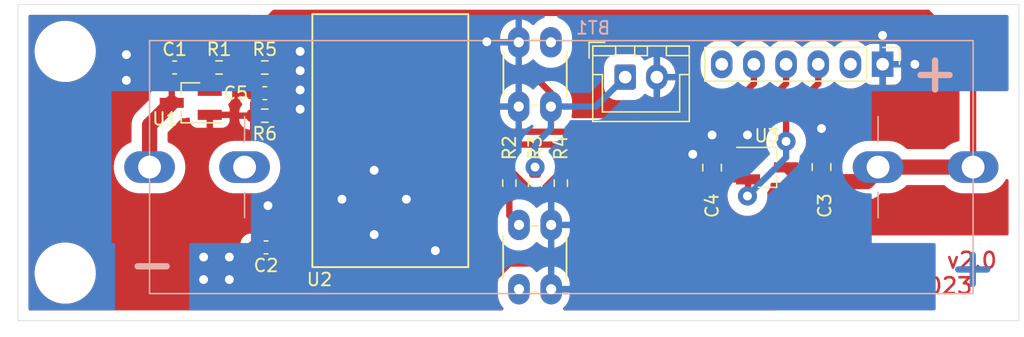
<source format=kicad_pcb>
(kicad_pcb (version 20211014) (generator pcbnew)
  (layers (0 "F.Cu" signal) (31 "B.Cu" signal) (34 "B.Paste" user) (35 "F.Paste" user) (36 "B.SilkS" user "B.Silkscreen") (37 "F.SilkS" user "F.Silkscreen") (38 "B.Mask" user) (39 "F.Mask" user) (44 "Edge.Cuts" user))
  (net 0 "")
  (net 1 "VCC")
  (net 2 "Net-(BT1-Pad2)")
  (net 3 "Net-(C1-Pad1)")
  (net 4 "+3.3V")
  (net 5 "GND")
  (net 6 "/ADC")
  (net 8 "/RX")
  (net 9 "/TX")
  (net 11 "/RST")
  (net 12 "/FLASH")
  (net 13 "Net-(R4-Pad2)")
  (footprint "Resistor_SMD:R_0603_1608Metric_Pad0.98x0.95mm_HandSolder" (layer "F.Cu") (at 89.866 77.978)
    (fp_text reference "R1" (at 0 -1.43) (layer "F.SilkS"))
    (fp_text value "100R")
    (fp_line (start -0.254724 -0.5225) (end 0.254724 -0.5225) (layer "F.SilkS") (width 0.12))
    (fp_line (start -0.254724 0.5225) (end 0.254724 0.5225) (layer "F.SilkS") (width 0.12))
    (pad "1" smd roundrect (at -0.9125 0) (size 0.975 0.95) (layers "F.Cu" "F.Paste" "F.Mask") (net 3 "Net-(C1-Pad1)"))
    (pad "2" smd roundrect (at 0.9125 0) (size 0.975 0.95) (layers "F.Cu" "F.Paste" "F.Mask") (net 1 "VCC"))
  )
  (footprint "MountingHole:MountingHole_3.2mm_M3" (layer "F.Cu") (at 77.724 76.708)
    (fp_text reference "H1" hide)
    (fp_text value "MountingHole")
    (pad "" np_thru_hole circle (at 0 0) (size 3.2 3.2) (drill 3.2) (layers *.Cu *.Mask))
  )
  (footprint "Package_TO_SOT_SMD:SOT-23_Handsoldering" (layer "F.Cu") (at 87.63 80.772 180)
    (fp_text reference "U1" (at 2.032 -1.27) (layer "F.SilkS"))
    (fp_text value "BRCL3130MC")
    (fp_line (start 0.76 -1.58) (end 0.76 -0.65) (layer "F.SilkS") (width 0.12))
    (fp_line (start 0.76 1.58) (end 0.76 0.65) (layer "F.SilkS") (width 0.12))
    (fp_line (start 0.76 1.58) (end -0.7 1.58) (layer "F.SilkS") (width 0.12))
    (fp_line (start 0.76 -1.58) (end -2.4 -1.58) (layer "F.SilkS") (width 0.12))
    (pad "1" smd rect (at -1.5 -0.95 180) (size 1.9 0.8) (layers "F.Cu" "F.Paste" "F.Mask") (net 5 "GND"))
    (pad "2" smd rect (at -1.5 0.95 180) (size 1.9 0.8) (layers "F.Cu" "F.Paste" "F.Mask") (net 3 "Net-(C1-Pad1)"))
    (pad "3" smd rect (at 1.5 0 180) (size 1.9 0.8) (layers "F.Cu" "F.Paste" "F.Mask") (net 2 "Net-(BT1-Pad2)"))
  )
  (footprint "Resistor_SMD:R_0603_1608Metric_Pad0.98x0.95mm_HandSolder" (layer "F.Cu") (at 116.84 87.122 -90)
    (fp_text reference "R4" (at -2.794 0 90) (layer "F.SilkS"))
    (fp_text value "10K")
    (fp_line (start -0.254724 -0.5225) (end 0.254724 -0.5225) (layer "F.SilkS") (width 0.12))
    (fp_line (start -0.254724 0.5225) (end 0.254724 0.5225) (layer "F.SilkS") (width 0.12))
    (pad "1" smd roundrect (at -0.9125 0 270) (size 0.975 0.95) (layers "F.Cu" "F.Paste" "F.Mask") (net 4 "+3.3V"))
    (pad "2" smd roundrect (at 0.9125 0 270) (size 0.975 0.95) (layers "F.Cu" "F.Paste" "F.Mask") (net 13 "Net-(R4-Pad2)"))
  )
  (footprint "ESP8285:ESP-M2" (layer "F.Cu") (at 103.378 86.36)
    (fp_text reference "U2" (at -5.588 8.382) (layer "F.SilkS"))
    (fp_text value "ESP-M2")
    (fp_line (start -6.15 7.4) (end -6.15 -12.6) (layer "F.SilkS") (width 0.15))
    (fp_line (start -6.15 -12.6) (end 6.15 -12.6) (layer "F.SilkS") (width 0.15))
    (fp_line (start 6.16 7.4) (end 6.16 -12.6) (layer "F.SilkS") (width 0.15))
    (fp_line (start 6.15 7.4) (end -6.15 7.4) (layer "F.SilkS") (width 0.15))
    (pad "1" smd rect (at -6.15 -3 90) (size 0.9 2) (layers "F.Cu" "F.Paste" "F.Mask") (net 6 "/ADC"))
    (pad "2" smd rect (at -6.15 -1.5 90) (size 0.9 2) (layers "F.Cu" "F.Paste" "F.Mask"))
    (pad "3" smd rect (at -6.15 0 90) (size 0.9 2) (layers "F.Cu" "F.Paste" "F.Mask"))
    (pad "4" smd rect (at -6.15 1.5 90) (size 0.9 2) (layers "F.Cu" "F.Paste" "F.Mask"))
    (pad "5" smd rect (at -6.15 3 90) (size 0.9 2) (layers "F.Cu" "F.Paste" "F.Mask"))
    (pad "6" smd rect (at -6.15 4.5 90) (size 0.9 2) (layers "F.Cu" "F.Paste" "F.Mask"))
    (pad "7" smd rect (at -6.15 6 90) (size 0.9 2) (layers "F.Cu" "F.Paste" "F.Mask") (net 4 "+3.3V"))
    (pad "8" smd rect (at 6.15 6 90) (size 0.9 2) (layers "F.Cu" "F.Paste" "F.Mask") (net 5 "GND"))
    (pad "9" smd rect (at 6.15 4.5 90) (size 0.9 2) (layers "F.Cu" "F.Paste" "F.Mask") (net 13 "Net-(R4-Pad2)"))
    (pad "10" smd rect (at 6.15 3 90) (size 0.9 2) (layers "F.Cu" "F.Paste" "F.Mask") (net 12 "/FLASH"))
    (pad "11" smd rect (at 6.15 1.5 90) (size 0.9 2) (layers "F.Cu" "F.Paste" "F.Mask"))
    (pad "12" smd rect (at 6.15 0 90) (size 0.9 2) (layers "F.Cu" "F.Paste" "F.Mask"))
    (pad "13" smd rect (at 6.15 -1.5 90) (size 0.9 2) (layers "F.Cu" "F.Paste" "F.Mask") (net 8 "/RX"))
    (pad "14" smd rect (at 6.15 -3 90) (size 0.9 2) (layers "F.Cu" "F.Paste" "F.Mask") (net 9 "/TX"))
    (pad "15" smd rect (at 6.15 -4.5 90) (size 0.9 2) (layers "F.Cu" "F.Paste" "F.Mask") (net 11 "/RST"))
    (pad "16" smd rect (at 6.15 -6 90) (size 0.9 2) (layers "F.Cu" "F.Paste" "F.Mask"))
    (pad "16" smd rect (at -1.3 2.2 90) (size 2.5 2.5) (layers "F.Cu" "F.Paste" "F.Mask") (net 5 "GND"))
  )
  (footprint "Package_TO_SOT_SMD:SOT-23_Handsoldering" (layer "F.Cu") (at 133.12 85.8735)
    (fp_text reference "U3" (at 0 -2.5) (layer "F.SilkS"))
    (fp_text value "ME6811")
    (fp_line (start 0.76 1.58) (end -0.7 1.58) (layer "F.SilkS") (width 0.12))
    (fp_line (start 0.76 1.58) (end 0.76 0.65) (layer "F.SilkS") (width 0.12))
    (fp_line (start 0.76 -1.58) (end -2.4 -1.58) (layer "F.SilkS") (width 0.12))
    (fp_line (start 0.76 -1.58) (end 0.76 -0.65) (layer "F.SilkS") (width 0.12))
    (pad "1" smd rect (at -1.5 -0.95) (size 1.9 0.8) (layers "F.Cu" "F.Paste" "F.Mask") (net 5 "GND"))
    (pad "2" smd rect (at -1.5 0.95) (size 1.9 0.8) (layers "F.Cu" "F.Paste" "F.Mask") (net 4 "+3.3V"))
    (pad "3" smd rect (at 1.5 0) (size 1.9 0.8) (layers "F.Cu" "F.Paste" "F.Mask") (net 1 "VCC"))
  )
  (footprint "CPB:SW_PUSH_4.5mm" (layer "F.Cu") (at 116.058 75.986 -90)
    (fp_text reference "SW1" hide)
    (fp_text value "RESET")
    (fp_line (start -0.25 1) (end -0.25 1.5) (layer "F.SilkS") (width 0.15))
    (fp_line (start 0.75 3.75) (end 4.25 3.75) (layer "F.SilkS") (width 0.15))
    (fp_line (start 5 1) (end 5 1.5) (layer "F.SilkS") (width 0.15))
    (fp_line (start 0.75 -1.25) (end 4.25 -1.25) (layer "F.SilkS") (width 0.15))
    (pad "1" thru_hole oval locked (at 5.08 0 270) (size 2.4 1.7) (drill 0.8) (layers *.Cu *.Mask) (net 11 "/RST"))
    (pad "1" thru_hole oval locked (at 0 0 270) (size 2.4 1.7) (drill 0.8) (layers *.Cu *.Mask) (net 11 "/RST"))
    (pad "2" thru_hole oval locked (at 5.08 2.54 270) (size 2.4 1.7) (drill 0.8) (layers *.Cu *.Mask) (net 5 "GND"))
    (pad "2" thru_hole oval locked (at 0 2.54 270) (size 2.4 1.7) (drill 0.8) (layers *.Cu *.Mask) (net 5 "GND"))
  )
  (footprint "Connector_JST:JST_XH_B2B-XH-A_1x02_P2.50mm_Vertical" (layer "F.Cu") (at 121.92 78.74)
    (fp_text reference "J2" hide)
    (fp_text value "EXTRESET")
    (fp_line (start 5.06 -2.46) (end -2.56 -2.46) (layer "F.SilkS") (width 0.12))
    (fp_line (start -2.55 -1.7) (end -0.75 -1.7) (layer "F.SilkS") (width 0.12))
    (fp_line (start 3.25 -2.45) (end 3.25 -1.7) (layer "F.SilkS") (width 0.12))
    (fp_line (start 0.75 -2.45) (end 0.75 -1.7) (layer "F.SilkS") (width 0.12))
    (fp_line (start -2.85 -2.75) (end -2.85 -1.5) (layer "F.SilkS") (width 0.12))
    (fp_line (start 5.05 -1.7) (end 5.05 -2.45) (layer "F.SilkS") (width 0.12))
    (fp_line (start 3.25 -1.7) (end 5.05 -1.7) (layer "F.SilkS") (width 0.12))
    (fp_line (start 5.05 -2.45) (end 3.25 -2.45) (layer "F.SilkS") (width 0.12))
    (fp_line (start 1.75 -2.45) (end 0.75 -2.45) (layer "F.SilkS") (width 0.12))
    (fp_line (start -0.75 -1.7) (end -0.75 -2.45) (layer "F.SilkS") (width 0.12))
    (fp_line (start -1.6 -2.75) (end -2.85 -2.75) (layer "F.SilkS") (width 0.12))
    (fp_line (start 5.05 -0.2) (end 4.3 -0.2) (layer "F.SilkS") (width 0.12))
    (fp_line (start -2.56 -2.46) (end -2.56 3.51) (layer "F.SilkS") (width 0.12))
    (fp_line (start 4.3 2.75) (end 1.25 2.75) (layer "F.SilkS") (width 0.12))
    (fp_line (start 4.3 -0.2) (end 4.3 2.75) (layer "F.SilkS") (width 0.12))
    (fp_line (start -2.56 3.51) (end 5.06 3.51) (layer "F.SilkS") (width 0.12))
    (fp_line (start -1.8 2.75) (end 1.25 2.75) (layer "F.SilkS") (width 0.12))
    (fp_line (start 0.75 -1.7) (end 1.75 -1.7) (layer "F.SilkS") (width 0.12))
    (fp_line (start 1.75 -1.7) (end 1.75 -2.45) (layer "F.SilkS") (width 0.12))
    (fp_line (start -2.55 -0.2) (end -1.8 -0.2) (layer "F.SilkS") (width 0.12))
    (fp_line (start -0.75 -2.45) (end -2.55 -2.45) (layer "F.SilkS") (width 0.12))
    (fp_line (start -2.55 -2.45) (end -2.55 -1.7) (layer "F.SilkS") (width 0.12))
    (fp_line (start 5.06 3.51) (end 5.06 -2.46) (layer "F.SilkS") (width 0.12))
    (fp_line (start -1.8 -0.2) (end -1.8 2.75) (layer "F.SilkS") (width 0.12))
    (pad "1" thru_hole roundrect (at 0 0) (size 1.7 2) (drill 1) (layers *.Cu *.Mask) (roundrect_rratio 0.1470588235) (net 11 "/RST"))
    (pad "2" thru_hole oval (at 2.5 0) (size 1.7 2) (drill 1) (layers *.Cu *.Mask) (net 5 "GND"))
  )
  (footprint "MountingHole:MountingHole_3.2mm_M3" (layer "F.Cu") (at 77.724 94.234)
    (fp_text reference "H2" hide)
    (fp_text value "MountingHole")
    (pad "" np_thru_hole circle (at 0 0) (size 3.2 3.2) (drill 3.2) (layers *.Cu *.Mask))
  )
  (footprint "Capacitor_SMD:C_0805_2012Metric_Pad1.18x1.45mm_HandSolder" (layer "F.Cu") (at 137.414 85.852 90)
    (fp_text reference "C3" (at -3.048 0.254 90) (layer "F.SilkS"))
    (fp_text value "22u")
    (fp_line (start -0.261252 0.735) (end 0.261252 0.735) (layer "F.SilkS") (width 0.12))
    (fp_line (start -0.261252 -0.735) (end 0.261252 -0.735) (layer "F.SilkS") (width 0.12))
    (pad "1" smd roundrect (at -1.0375 0 90) (size 1.175 1.45) (layers "F.Cu" "F.Paste" "F.Mask") (roundrect_rratio 0.2127659574) (net 1 "VCC"))
    (pad "2" smd roundrect (at 1.0375 0 90) (size 1.175 1.45) (layers "F.Cu" "F.Paste" "F.Mask") (roundrect_rratio 0.2127659574) (net 5 "GND"))
  )
  (footprint "CPB:SW_PUSH_4.5mm" (layer "F.Cu") (at 113.538 95.504 90)
    (fp_text reference "SW2" hide)
    (fp_text value "FLASH")
    (fp_line (start 0.75 3.75) (end 4.25 3.75) (layer "F.SilkS") (width 0.15))
    (fp_line (start 0.75 -1.25) (end 4.25 -1.25) (layer "F.SilkS") (width 0.15))
    (fp_line (start 5 1) (end 5 1.5) (layer "F.SilkS") (width 0.15))
    (fp_line (start -0.25 1) (end -0.25 1.5) (layer "F.SilkS") (width 0.15))
    (pad "1" thru_hole oval locked (at 0 0 90) (size 2.4 1.7) (drill 0.8) (layers *.Cu *.Mask) (net 12 "/FLASH"))
    (pad "1" thru_hole oval locked (at 5.08 0 90) (size 2.4 1.7) (drill 0.8) (layers *.Cu *.Mask) (net 12 "/FLASH"))
    (pad "2" thru_hole oval locked (at 0 2.54 90) (size 2.4 1.7) (drill 0.8) (layers *.Cu *.Mask) (net 5 "GND"))
    (pad "2" thru_hole oval locked (at 5.08 2.54 90) (size 2.4 1.7) (drill 0.8) (layers *.Cu *.Mask) (net 5 "GND"))
  )
  (footprint "Resistor_SMD:R_0603_1608Metric_Pad0.98x0.95mm_HandSolder" (layer "F.Cu") (at 114.808 87.122 90)
    (fp_text reference "R2" (at 2.794 -2.032 90) (layer "F.SilkS"))
    (fp_text value "10K")
    (fp_line (start -0.254724 0.5225) (end 0.254724 0.5225) (layer "F.SilkS") (width 0.12))
    (fp_line (start -0.254724 -0.5225) (end 0.254724 -0.5225) (layer "F.SilkS") (width 0.12))
    (pad "1" smd roundrect (at -0.9125 0 90) (size 0.975 0.95) (layers "F.Cu" "F.Paste" "F.Mask") (net 4 "+3.3V"))
    (pad "2" smd roundrect (at 0.9125 0 90) (size 0.975 0.95) (layers "F.Cu" "F.Paste" "F.Mask") (net 11 "/RST"))
  )
  (footprint "Capacitor_SMD:C_0805_2012Metric_Pad1.18x1.45mm_HandSolder" (layer "F.Cu") (at 128.778 85.895 90)
    (fp_text reference "C4" (at -3.005 0 90) (layer "F.SilkS"))
    (fp_text value "22u")
    (fp_line (start -0.261252 -0.735) (end 0.261252 -0.735) (layer "F.SilkS") (width 0.12))
    (fp_line (start -0.261252 0.735) (end 0.261252 0.735) (layer "F.SilkS") (width 0.12))
    (pad "1" smd roundrect (at -1.0375 0 90) (size 1.175 1.45) (layers "F.Cu" "F.Paste" "F.Mask") (roundrect_rratio 0.2127659574) (net 4 "+3.3V"))
    (pad "2" smd roundrect (at 1.0375 0 90) (size 1.175 1.45) (layers "F.Cu" "F.Paste" "F.Mask") (roundrect_rratio 0.2127659574) (net 5 "GND"))
  )
  (footprint "Resistor_SMD:R_0603_1608Metric_Pad0.98x0.95mm_HandSolder" (layer "F.Cu") (at 93.472 81.788 180)
    (fp_text reference "R6" (at 0 -1.43) (layer "F.SilkS"))
    (fp_text value "330K")
    (fp_line (start -0.254724 -0.5225) (end 0.254724 -0.5225) (layer "F.SilkS") (width 0.12))
    (fp_line (start -0.254724 0.5225) (end 0.254724 0.5225) (layer "F.SilkS") (width 0.12))
    (pad "1" smd roundrect (at -0.9125 0 180) (size 0.975 0.95) (layers "F.Cu" "F.Paste" "F.Mask") (net 6 "/ADC"))
    (pad "2" smd roundrect (at 0.9125 0 180) (size 0.975 0.95) (layers "F.Cu" "F.Paste" "F.Mask") (net 5 "GND"))
  )
  (footprint "Resistor_SMD:R_0603_1608Metric_Pad0.98x0.95mm_HandSolder" (layer "F.Cu") (at 112.776 87.122 -90)
    (fp_text reference "R3" (at -2.794 -2.032 90) (layer "F.SilkS"))
    (fp_text value "10K")
    (fp_line (start -0.254724 0.5225) (end 0.254724 0.5225) (layer "F.SilkS") (width 0.12))
    (fp_line (start -0.254724 -0.5225) (end 0.254724 -0.5225) (layer "F.SilkS") (width 0.12))
    (pad "1" smd roundrect (at -0.9125 0 270) (size 0.975 0.95) (layers "F.Cu" "F.Paste" "F.Mask") (net 4 "+3.3V"))
    (pad "2" smd roundrect (at 0.9125 0 270) (size 0.975 0.95) (layers "F.Cu" "F.Paste" "F.Mask") (net 12 "/FLASH"))
  )
  (footprint "Resistor_SMD:R_0603_1608Metric_Pad0.98x0.95mm_HandSolder" (layer "F.Cu") (at 93.472 77.978)
    (fp_text reference "R5" (at 0 -1.43) (layer "F.SilkS"))
    (fp_text value "1M")
    (fp_line (start -0.254724 -0.5225) (end 0.254724 -0.5225) (layer "F.SilkS") (width 0.12))
    (fp_line (start -0.254724 0.5225) (end 0.254724 0.5225) (layer "F.SilkS") (width 0.12))
    (pad "1" smd roundrect (at -0.9125 0) (size 0.975 0.95) (layers "F.Cu" "F.Paste" "F.Mask") (net 1 "VCC"))
    (pad "2" smd roundrect (at 0.9125 0) (size 0.975 0.95) (layers "F.Cu" "F.Paste" "F.Mask") (net 6 "/ADC"))
  )
  (footprint "Capacitor_SMD:C_0603_1608Metric_Pad1.08x0.95mm_HandSolder" (layer "F.Cu") (at 93.5725 92.202 180)
    (fp_text reference "C2" (at 0 -1.43) (layer "F.SilkS"))
    (fp_text value "100n")
    (fp_line (start -0.146267 0.51) (end 0.146267 0.51) (layer "F.SilkS") (width 0.12))
    (fp_line (start -0.146267 -0.51) (end 0.146267 -0.51) (layer "F.SilkS") (width 0.12))
    (pad "1" smd roundrect (at -0.8625 0 180) (size 1.075 0.95) (layers "F.Cu" "F.Paste" "F.Mask") (net 4 "+3.3V"))
    (pad "2" smd roundrect (at 0.8625 0 180) (size 1.075 0.95) (layers "F.Cu" "F.Paste" "F.Mask") (net 5 "GND"))
  )
  (footprint "Capacitor_SMD:C_0603_1608Metric_Pad1.08x0.95mm_HandSolder" (layer "F.Cu") (at 93.472 80.01 180)
    (fp_text reference "C5" (at 2.286 0) (layer "F.SilkS"))
    (fp_text value "100n")
    (fp_line (start -0.146267 -0.51) (end 0.146267 -0.51) (layer "F.SilkS") (width 0.12))
    (fp_line (start -0.146267 0.51) (end 0.146267 0.51) (layer "F.SilkS") (width 0.12))
    (pad "1" smd roundrect (at -0.8625 0 180) (size 1.075 0.95) (layers "F.Cu" "F.Paste" "F.Mask") (net 6 "/ADC"))
    (pad "2" smd roundrect (at 0.8625 0 180) (size 1.075 0.95) (layers "F.Cu" "F.Paste" "F.Mask") (net 5 "GND"))
  )
  (footprint "Capacitor_SMD:C_0603_1608Metric_Pad1.08x0.95mm_HandSolder" (layer "F.Cu") (at 86.36 77.978)
    (fp_text reference "C1" (at 0 -1.43) (layer "F.SilkS"))
    (fp_text value "100n")
    (fp_line (start -0.146267 0.51) (end 0.146267 0.51) (layer "F.SilkS") (width 0.12))
    (fp_line (start -0.146267 -0.51) (end 0.146267 -0.51) (layer "F.SilkS") (width 0.12))
    (pad "1" smd roundrect (at -0.8625 0) (size 1.075 0.95) (layers "F.Cu" "F.Paste" "F.Mask") (net 3 "Net-(C1-Pad1)"))
    (pad "2" smd roundrect (at 0.8625 0) (size 1.075 0.95) (layers "F.Cu" "F.Paste" "F.Mask") (net 2 "Net-(BT1-Pad2)"))
  )
  (footprint "CPB:Socket_Strip_Straight_1x06_Oval_Pitch2.54mm" (layer "F.Cu") (at 142.24 77.724 -90)
    (fp_text reference "J1" hide)
    (fp_text value "FTDI")
    (fp_line (start -1.33 0) (end -1.33 -1.33) (layer "F.SilkS") (width 0.12))
    (fp_line (start -1.33 -1.33) (end 0 -1.33) (layer "F.SilkS") (width 0.12))
    (fp_line (start 1.33 1.27) (end -1.33 1.27) (layer "F.SilkS") (width 0.12))
    (fp_line (start -1.33 1.27) (end -1.33 14.03) (layer "F.SilkS") (width 0.12))
    (fp_line (start -1.33 14.03) (end 1.33 14.03) (layer "F.SilkS") (width 0.12))
    (fp_line (start 1.33 14.03) (end 1.33 1.27) (layer "F.SilkS") (width 0.12))
    (pad "1" thru_hole rect locked (at 0 0 270) (size 2 1.7) (drill 1) (layers *.Cu *.Mask) (net 5 "GND"))
    (pad "2" thru_hole oval locked (at 0 2.54 270) (size 2.2 1.7) (drill 1) (layers *.Cu *.Mask))
    (pad "3" thru_hole oval locked (at 0 5.08 270) (size 2.2 1.7) (drill 1) (layers *.Cu *.Mask) (net 4 "+3.3V"))
    (pad "4" thru_hole oval locked (at 0 7.62 270) (size 2.2 1.7) (drill 1) (layers *.Cu *.Mask) (net 8 "/RX"))
    (pad "5" thru_hole oval locked (at 0 10.16 270) (size 2.2 1.7) (drill 1) (layers *.Cu *.Mask) (net 9 "/TX"))
    (pad "6" thru_hole oval locked (at 0 12.7 270) (size 2.2 1.7) (drill 1) (layers *.Cu *.Mask))
  )
  (footprint "CPB:Battery_18650_Unprotected_Clip" (layer "B.Cu") (at 119.38 85.852 180)
    (fp_text reference "BT1" (at 0 11 unlocked) (layer "B.SilkS") (effects (justify mirror)))
    (fp_text value "Li 3.7v")
    (fp_text user "+" (at -27 7.5 unlocked) (layer "B.SilkS") (effects (font (size 3 3) (thickness 0.5)) (justify mirror)))
    (fp_text user "-" (at 34.798 -7.62 unlocked) (layer "B.SilkS") (effects (font (size 3 3) (thickness 0.5)) (justify mirror)))
    (fp_line (start -22.5 2) (end -22.5 4) (layer "B.SilkS") (width 0.12))
    (fp_line (start -22.5 -4) (end -22.5 -2) (layer "B.SilkS") (width 0.12))
    (fp_line (start 27.5 -4) (end 27.5 -2) (layer "B.SilkS") (width 0.12))
    (fp_line (start 27.5 2) (end 27.5 4) (layer "B.SilkS") (width 0.12))
    (fp_rect (start -30 10) (end 35 -10) (layer "B.SilkS") (width 0.12) (fill none))
    (pad "1" thru_hole oval (at -30 0 180) (size 4 2.5) (drill 1.8) (layers *.Cu *.Mask) (net 1 "VCC"))
    (pad "1" thru_hole oval (at -22.5 0 180) (size 4 2.5) (drill 1.8) (layers *.Cu *.Mask) (net 1 "VCC"))
    (pad "2" thru_hole oval (at 35 0 180) (size 4 2.5) (drill 1.8) (layers *.Cu *.Mask) (net 2 "Net-(BT1-Pad2)"))
    (pad "2" thru_hole oval (at 27.5 0 180) (size 4 2.5) (drill 1.8) (layers *.Cu *.Mask) (net 2 "Net-(BT1-Pad2)"))
    (zone (net 0) (net_name "") (layer "B.Cu") (connect_pads (clearance 0)) (min_thickness 0.254)
      (keepout (tracks not_allowed) (vias not_allowed) (pads not_allowed) (copperpour not_allowed) (footprints not_allowed))
      (fill (thermal_gap 0.508) (thermal_bridge_width 0.508))
      (polygon (pts (xy 81.38 91.852) (xy 92.38 91.852) (xy 92.38 79.852) (xy 81.38 79.852)))
    )
    (zone (net 0) (net_name "") (layer "B.Cu") (connect_pads (clearance 0)) (min_thickness 0.254)
      (keepout (tracks not_allowed) (vias not_allowed) (pads not_allowed) (copperpour not_allowed) (footprints not_allowed))
      (fill (thermal_gap 0.508) (thermal_bridge_width 0.508))
      (polygon (pts (xy 141.38 91.852) (xy 152.38 91.852) (xy 152.38 79.852) (xy 141.38 79.852)))
    )
  )
  (gr_rect (start 74 73) (end 153 98) (layer "Edge.Cuts") (width 0.05) (fill none))
  (gr_text "ESP Mailbox v2.0\ncperiod 2023" (at 143.002 94.234) (layer "F.Cu") (effects (font (size 1.25 1.25) (thickness 0.2))))
  (gr_text "+" (at 149.352 93.726) (layer "B.Cu") (effects (font (size 3 3) (thickness 0.5)) (justify mirror)))
  (gr_text "-" (at 84.582 93.472) (layer "B.Cu") (effects (font (size 3 3) (thickness 0.5)) (justify mirror)))
  (segment (start 135.89 87.122) (end 137.1815 87.122) (width 0.8) (layer "F.Cu") (net 1))
  (segment (start 145.796 73.66) (end 149.38 77.244) (width 0.5) (layer "F.Cu") (net 1))
  (segment (start 134.6415 85.8735) (end 135.89 87.122) (width 0.8) (layer "F.Cu") (net 1))
  (segment (start 137.5245 87) (end 137.414 86.8895) (width 1.2) (layer "F.Cu") (net 1))
  (segment (start 149.38 85.852) (end 141.88 85.852) (width 1.2) (layer "F.Cu") (net 1))
  (segment (start 134.62 85.8735) (end 134.6415 85.8735) (width 0.8) (layer "F.Cu") (net 1))
  (segment (start 90.7785 77.978) (end 92.5595 77.978) (width 0.5) (layer "F.Cu") (net 1))
  (segment (start 92.5595 75.3345) (end 94.234 73.66) (width 0.5) (layer "F.Cu") (net 1))
  (segment (start 141.88 86.12) (end 141 87) (width 1.2) (layer "F.Cu") (net 1))
  (segment (start 92.5595 77.978) (end 92.5595 75.3345) (width 0.5) (layer "F.Cu") (net 1))
  (segment (start 94.234 73.66) (end 145.796 73.66) (width 0.5) (layer "F.Cu") (net 1))
  (segment (start 149.38 77.244) (end 149.38 85.852) (width 0.5) (layer "F.Cu") (net 1))
  (segment (start 141 87) (end 137.5245 87) (width 1.2) (layer "F.Cu") (net 1))
  (segment (start 137.1815 87.122) (end 137.414 86.8895) (width 0.8) (layer "F.Cu") (net 1))
  (segment (start 141.88 85.852) (end 141.88 86.12) (width 1.2) (layer "F.Cu") (net 1))
  (segment (start 87.2225 77.978) (end 87.2225 78.3855) (width 0.5) (layer "F.Cu") (net 2))
  (segment (start 87.2225 78.3855) (end 86.13 79.478) (width 0.5) (layer "F.Cu") (net 2))
  (segment (start 84.38 82.522) (end 86.13 80.772) (width 1.2) (layer "F.Cu") (net 2))
  (segment (start 86.13 79.478) (end 86.13 80.772) (width 0.5) (layer "F.Cu") (net 2))
  (segment (start 84.38 85.852) (end 84.38 82.522) (width 1.2) (layer "F.Cu") (net 2))
  (segment (start 86.36 76.454) (end 88.138 76.454) (width 0.5) (layer "F.Cu") (net 3))
  (segment (start 88.9535 77.2695) (end 88.9535 77.978) (width 0.5) (layer "F.Cu") (net 3))
  (segment (start 88.9535 77.978) (end 88.9535 79.6455) (width 0.5) (layer "F.Cu") (net 3))
  (segment (start 88.9535 79.6455) (end 89.13 79.822) (width 0.5) (layer "F.Cu") (net 3))
  (segment (start 85.4975 77.3165) (end 86.36 76.454) (width 0.5) (layer "F.Cu") (net 3))
  (segment (start 85.4975 77.978) (end 85.4975 77.3165) (width 0.5) (layer "F.Cu") (net 3))
  (segment (start 88.138 76.454) (end 88.9535 77.2695) (width 0.5) (layer "F.Cu") (net 3))
  (segment (start 117.856 93.472) (end 119.2765 92.0515) (width 0.5) (layer "F.Cu") (net 4))
  (segment (start 119.2765 92.0515) (end 119.2765 86.2095) (width 0.5) (layer "F.Cu") (net 4))
  (segment (start 137.16 77.724) (end 137.16 79.248) (width 0.5) (layer "F.Cu") (net 4))
  (segment (start 94.435 92.202) (end 97.07 92.202) (width 0.5) (layer "F.Cu") (net 4))
  (segment (start 131.62 88.09) (end 131.62 86.8235) (width 0.5) (layer "F.Cu") (net 4))
  (segment (start 112.776 93.472) (end 117.856 93.472) (width 0.5) (layer "F.Cu") (net 4))
  (segment (start 124.5635 86.2095) (end 125.476 87.122) (width 0.5) (layer "F.Cu") (net 4))
  (segment (start 119.2765 86.2095) (end 124.5635 86.2095) (width 0.5) (layer "F.Cu") (net 4))
  (segment (start 97.07 92.202) (end 97.228 92.36) (width 0.5) (layer "F.Cu") (net 4))
  (segment (start 131.62 86.8235) (end 128.887 86.8235) (width 0.5) (layer "F.Cu") (net 4))
  (segment (start 114.808 88.0345) (end 115.015 88.0345) (width 0.5) (layer "F.Cu") (net 4))
  (segment (start 94.435 92.202) (end 94.435 93.419) (width 0.5) (layer "F.Cu") (net 4))
  (segment (start 125.476 87.122) (end 128.5885 87.122) (width 0.5) (layer "F.Cu") (net 4))
  (segment (start 111.506 94.742) (end 112.776 93.472) (width 0.5) (layer "F.Cu") (net 4))
  (segment (start 131.572 88.138) (end 131.62 88.09) (width 0.5) (layer "F.Cu") (net 4))
  (segment (start 116.84 86.2095) (end 119.2765 86.2095) (width 0.5) (layer "F.Cu") (net 4))
  (segment (start 94.435 93.419) (end 95.758 94.742) (width 0.5) (layer "F.Cu") (net 4))
  (segment (start 128.5885 87.122) (end 128.778 86.9325) (width 0.5) (layer "F.Cu") (net 4))
  (segment (start 128.887 86.8235) (end 128.778 86.9325) (width 0.5) (layer "F.Cu") (net 4))
  (segment (start 137.16 79.248) (end 136.906 79.502) (width 0.5) (layer "F.Cu") (net 4))
  (segment (start 115.015 88.0345) (end 116.84 86.2095) (width 0.5) (layer "F.Cu") (net 4))
  (segment (start 95.758 94.742) (end 111.506 94.742) (width 0.5) (layer "F.Cu") (net 4))
  (segment (start 112.983 86.2095) (end 114.808 88.0345) (width 0.5) (layer "F.Cu") (net 4))
  (segment (start 134.62 81.788) (end 134.62 83.82) (width 0.5) (layer "F.Cu") (net 4))
  (segment (start 112.776 86.2095) (end 112.983 86.2095) (width 0.5) (layer "F.Cu") (net 4))
  (segment (start 136.906 79.502) (end 134.62 81.788) (width 0.5) (layer "F.Cu") (net 4))
  (via (at 131.572 88.138) (size 1.5) (drill 0.7) (layers "F.Cu" "B.Cu") (net 4))
  (via (at 134.62 83.82) (size 1.5) (drill 0.7) (layers "F.Cu" "B.Cu") (net 4))
  (segment (start 134.62 85.09) (end 131.572 88.138) (width 0.5) (layer "B.Cu") (net 4))
  (segment (start 134.62 83.82) (end 134.62 85.09) (width 0.5) (layer "B.Cu") (net 4))
  (via (at 144.78 77.724) (size 1.5) (drill 0.7) (layers "F.Cu" "B.Cu") (net 5))
  (via (at 127.254 84.836) (size 1.5) (drill 0.7) (layers "F.Cu" "B.Cu") (net 5))
  (via (at 96.266 76.708) (size 1.5) (drill 0.7) (layers "F.Cu" "B.Cu") (net 5))
  (via (at 90.678 94.742) (size 1.5) (drill 0.7) (layers "F.Cu" "B.Cu") (net 5))
  (via (at 82.55 78.994) (size 1.5) (drill 0.7) (layers "F.Cu" "B.Cu") (net 5))
  (via (at 110.998 75.946) (size 1.5) (drill 0.7) (layers "F.Cu" "B.Cu") (net 5))
  (via (at 93.726 88.9) (size 1.5) (drill 0.7) (layers "F.Cu" "B.Cu") (net 5))
  (via (at 102.108 91.186) (size 1.5) (drill 0.7) (layers "F.Cu" "B.Cu") (net 5))
  (via (at 99.568 88.392) (size 1.5) (drill 0.7) (layers "F.Cu" "B.Cu") (net 5))
  (via (at 96.266 81.28) (size 1.5) (drill 0.7) (layers "F.Cu" "B.Cu") (net 5))
  (via (at 96.266 78.232) (size 1.5) (drill 0.7) (layers "F.Cu" "B.Cu") (net 5))
  (via (at 104.648 88.392) (size 1.5) (drill 0.7) (layers "F.Cu" "B.Cu") (net 5))
  (via (at 131.572 83.312) (size 1.5) (drill 0.7) (layers "F.Cu" "B.Cu") (net 5))
  (via (at 137.414 82.804) (size 1.5) (drill 0.7) (layers "F.Cu" "B.Cu") (net 5))
  (via (at 102.108 86.106) (size 1.5) (drill 0.7) (layers "F.Cu" "B.Cu") (net 5))
  (via (at 142.24 75.438) (size 1.5) (drill 0.7) (layers "F.Cu" "B.Cu") (net 5))
  (via (at 106.934 92.456) (size 1.5) (drill 0.7) (layers "F.Cu" "B.Cu") (net 5))
  (via (at 90.678 92.964) (size 1.5) (drill 0.7) (layers "F.Cu" "B.Cu") (net 5))
  (via (at 96.266 79.756) (size 1.5) (drill 0.7) (layers "F.Cu" "B.Cu") (net 5))
  (via (at 128.778 83.312) (size 1.5) (drill 0.7) (layers "F.Cu" "B.Cu") (net 5))
  (via (at 88.646 94.742) (size 1.5) (drill 0.7) (layers "F.Cu" "B.Cu") (net 5))
  (via (at 82.55 76.962) (size 1.5) (drill 0.7) (layers "F.Cu" "B.Cu") (net 5))
  (via (at 88.646 92.964) (size 1.5) (drill 0.7) (layers "F.Cu" "B.Cu") (net 5))
  (segment (start 94.3845 81.788) (end 94.3845 81.9385) (width 0.5) (layer "F.Cu") (net 6))
  (segment (start 94.3845 77.978) (end 94.3845 79.96) (width 0.5) (layer "F.Cu") (net 6))
  (segment (start 94.3845 81.9385) (end 95.806 83.36) (width 0.5) (layer "F.Cu") (net 6))
  (segment (start 95.806 83.36) (end 97.228 83.36) (width 0.5) (layer "F.Cu") (net 6))
  (segment (start 94.3345 81.738) (end 94.3845 81.788) (width 0.5) (layer "F.Cu") (net 6))
  (segment (start 94.3345 80.01) (end 94.3345 81.738) (width 0.5) (layer "F.Cu") (net 6))
  (segment (start 94.3845 79.96) (end 94.3345 80.01) (width 0.5) (layer "F.Cu") (net 6))
  (segment (start 109.528 84.86) (end 109.552 84.836) (width 0.5) (layer "F.Cu") (net 8))
  (segment (start 132.334 81.534) (end 134.62 79.248) (width 0.5) (layer "F.Cu") (net 8))
  (segment (start 127.762 81.534) (end 132.334 81.534) (width 0.5) (layer "F.Cu") (net 8))
  (segment (start 134.62 79.248) (end 134.62 77.724) (width 0.5) (layer "F.Cu") (net 8))
  (segment (start 109.552 84.836) (end 111.252 84.836) (width 0.5) (layer "F.Cu") (net 8))
  (segment (start 112.014 84.074) (end 125.222 84.074) (width 0.5) (layer "F.Cu") (net 8))
  (segment (start 111.252 84.836) (end 112.014 84.074) (width 0.5) (layer "F.Cu") (net 8))
  (segment (start 125.222 84.074) (end 127.762 81.534) (width 0.5) (layer "F.Cu") (net 8))
  (segment (start 109.528 83.36) (end 109.83 83.058) (width 0.5) (layer "F.Cu") (net 9))
  (segment (start 130.81 80.518) (end 132.08 79.248) (width 0.5) (layer "F.Cu") (net 9))
  (segment (start 127 80.518) (end 130.81 80.518) (width 0.5) (layer "F.Cu") (net 9))
  (segment (start 124.46 83.058) (end 127 80.518) (width 0.5) (layer "F.Cu") (net 9))
  (segment (start 109.83 83.058) (end 124.46 83.058) (width 0.5) (layer "F.Cu") (net 9))
  (segment (start 132.08 79.248) (end 132.08 77.724) (width 0.5) (layer "F.Cu") (net 9))
  (segment (start 109.528 81.86) (end 111.18 81.86) (width 0.5) (layer "F.Cu") (net 11))
  (segment (start 111.76 81.28) (end 111.76 79.502) (width 0.5) (layer "F.Cu") (net 11))
  (segment (start 112.268 78.994) (end 115.062 78.994) (width 0.5) (layer "F.Cu") (net 11))
  (segment (start 115.062 78.994) (end 116.058 79.99) (width 0.5) (layer "F.Cu") (net 11))
  (segment (start 114.808 86.2095) (end 114.808 85.852) (width 0.5) (layer "F.Cu") (net 11))
  (segment (start 116.058 79.99) (end 116.058 81.066) (width 0.5) (layer "F.Cu") (net 11))
  (segment (start 111.76 79.502) (end 112.268 78.994) (width 0.5) (layer "F.Cu") (net 11))
  (segment (start 111.18 81.86) (end 111.76 81.28) (width 0.5) (layer "F.Cu") (net 11))
  (via (at 114.808 85.852) (size 1.5) (drill 0.7) (layers "F.Cu" "B.Cu") (net 11))
  (segment (start 116.058 82.824) (end 116.058 81.066) (width 0.5) (layer "B.Cu") (net 11))
  (segment (start 114.808 84.074) (end 116.058 82.824) (width 0.5) (layer "B.Cu") (net 11))
  (segment (start 114.808 85.852) (end 114.808 84.074) (width 0.5) (layer "B.Cu") (net 11))
  (segment (start 116.058 81.066) (end 119.594 81.066) (width 0.5) (layer "B.Cu") (net 11))
  (segment (start 119.594 81.066) (end 121.92 78.74) (width 0.5) (layer "B.Cu") (net 11))
  (segment (start 109.528 89.36) (end 111.046 89.36) (width 0.5) (layer "F.Cu") (net 12))
  (segment (start 111.046 89.36) (end 112.3715 88.0345) (width 0.5) (layer "F.Cu") (net 12))
  (segment (start 112.776 88.0345) (end 112.776 89.662) (width 0.5) (layer "F.Cu") (net 12))
  (segment (start 112.3715 88.0345) (end 112.776 88.0345) (width 0.5) (layer "F.Cu") (net 12))
  (segment (start 112.776 89.662) (end 113.538 90.424) (width 0.5) (layer "F.Cu") (net 12))
  (segment (start 109.528 90.86) (end 110.672 90.86) (width 0.5) (layer "F.Cu") (net 13))
  (segment (start 117.094 92.71) (end 118.11 91.694) (width 0.5) (layer "F.Cu") (net 13))
  (segment (start 112.522 92.71) (end 117.094 92.71) (width 0.5) (layer "F.Cu") (net 13))
  (segment (start 110.672 90.86) (end 112.522 92.71) (width 0.5) (layer "F.Cu") (net 13))
  (segment (start 118.11 91.694) (end 118.11 89.3045) (width 0.5) (layer "F.Cu") (net 13))
  (segment (start 118.11 89.3045) (end 116.84 88.0345) (width 0.5) (layer "F.Cu") (net 13))
  (zone (net 5) (net_name "GND") (layers F&B.Cu) (connect_pads (clearance 0.82)) (min_thickness 0.254) (fill yes (thermal_gap 0.62) (thermal_bridge_width 0.508))
    (polygon (pts (xy 153.416 98.552) (xy 73.66 98.298) (xy 73.66 72.644) (xy 153.416 72.644)))
  )
)
</source>
